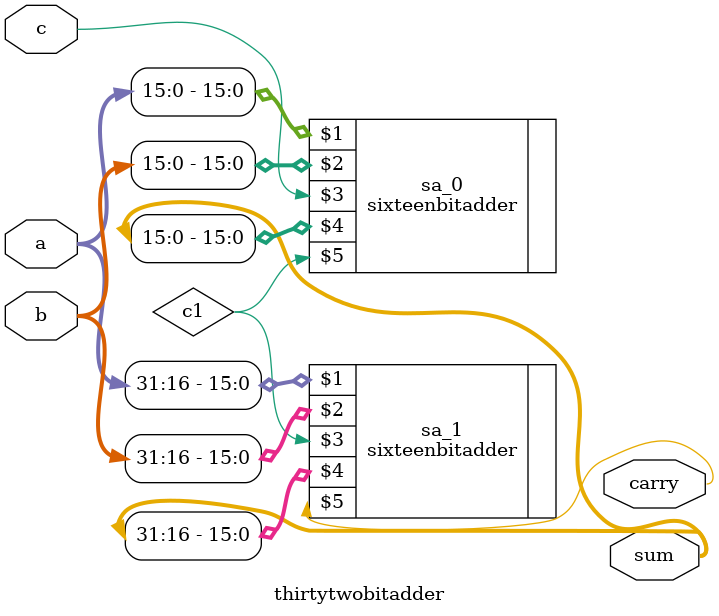
<source format=v>
`include "sixteenbitadder.v"

module thirtytwobitadder (a, b, c, sum, carry);
input [31:0] a, b;
input c;
output [31:0] sum;
output carry;
wire c1;
sixteenbitadder sa_0(a[15:0], b[15:0], c, sum[15:0], c1);
sixteenbitadder sa_1(a[31:16], b[31:16], c1, sum[31:16], carry);

endmodule
</source>
